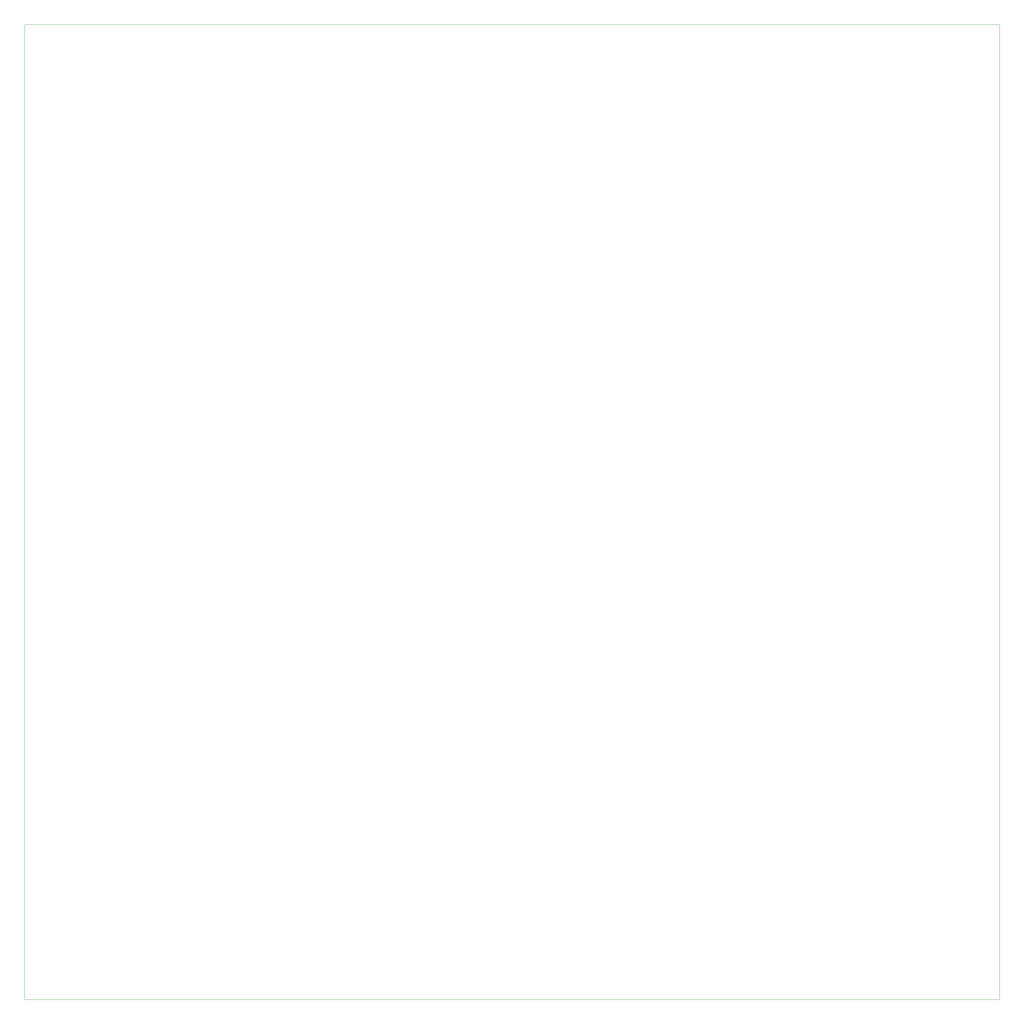
<source format=gbr>
G04 #@! TF.FileFunction,Profile,NP*
%FSLAX46Y46*%
G04 Gerber Fmt 4.6, Leading zero omitted, Abs format (unit mm)*
G04 Created by KiCad (PCBNEW 4.0.7) date 2017 November 23, Thursday 22:23:32*
%MOMM*%
%LPD*%
G01*
G04 APERTURE LIST*
%ADD10C,0.100000*%
G04 APERTURE END LIST*
D10*
X23000000Y-323000000D02*
X23000000Y-27000000D01*
X319000000Y-323000000D02*
X23000000Y-323000000D01*
X319000000Y-27000000D02*
X319000000Y-323000000D01*
X23000000Y-27000000D02*
X319000000Y-27000000D01*
M02*

</source>
